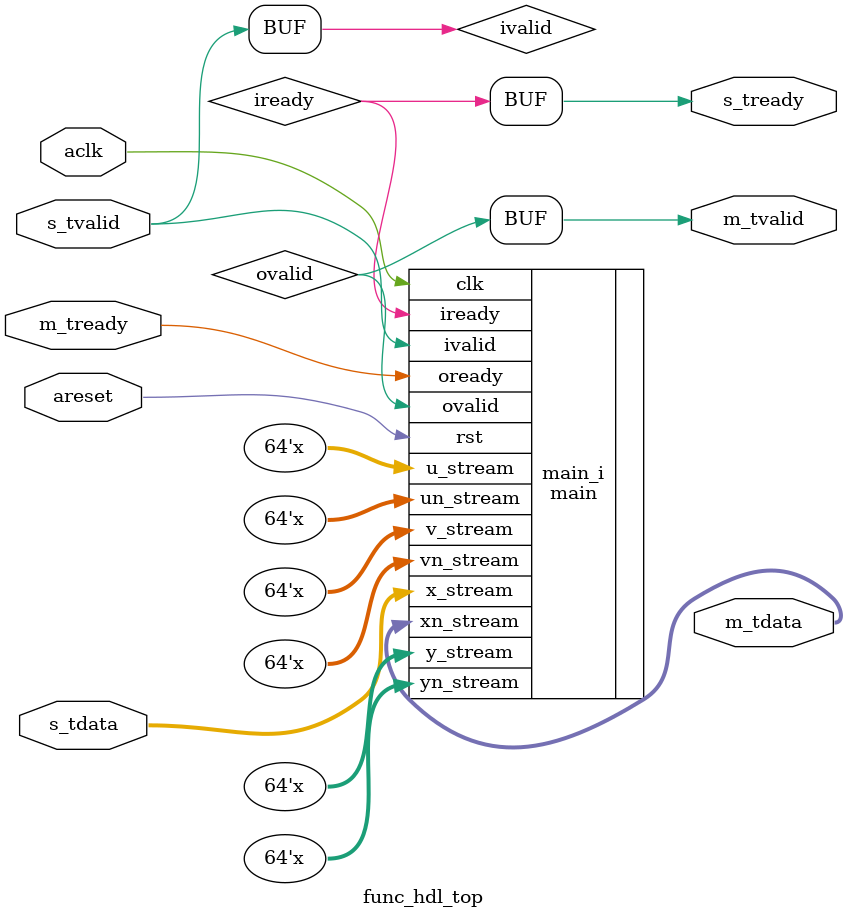
<source format=sv>



`default_nettype none

`define TY_GVECT 2
  //legal values: 1, 2, 4, 8, 16 (for 32-bit scalar data type, i.e. int/float)
  //            : 1, 3, 4, 8     (for double)
  //maximum width is 512 bits
  //although this parameter is defined further up and passed down to this module
  //we need it here explicitly as well as for RTL sim this is the top module instantiated
  //in testbench

module func_hdl_top
#(
  parameter integer C_DATA_WIDTH   = 32 * `TY_GVECT  // Data width of both input and output data (packed vector)
)
(
  input wire                     aclk,
  input wire                     areset,

  input wire                     s_tvalid, //data at input is valid
  input wire  [C_DATA_WIDTH-1:0] s_tdata,  //data in
  output wire                    s_tready, //I am/aint ready (back pressure to predecessor)

  output wire                    m_tvalid, //data at output is valid
  output wire [C_DATA_WIDTH-1:0] m_tdata,  //data out
  input  wire                    m_tready  //sink is ready (back pressure from successor)
);

wire    ivalid = s_tvalid;
wire    ovalid;
wire    iready; 

assign  s_tready = iready;
assign  m_tvalid = ovalid;


main 
#(
  .STREAMW (C_DATA_WIDTH)
)main_i
(
   .clk     (aclk)
  ,.rst     (areset)
  ,.iready  (iready)
  ,.ivalid  (ivalid)
  ,.ovalid  (ovalid)
  ,.oready  (m_tready)
  ,.x_stream  (s_tdata[63:0])
  ,.u_stream  (s_tdata[127:64])
  ,.v_stream  (s_tdata[191:128])
  ,.y_stream  (s_tdata[255:192])
  ,.xn_stream  (m_tdata[63:0])
  ,.vn_stream  (m_tdata[127:64])
  ,.un_stream  (m_tdata[191:128])
  ,.yn_stream  (m_tdata[255:192])
  
);

endmodule : func_hdl_top

`default_nettype wire



</source>
